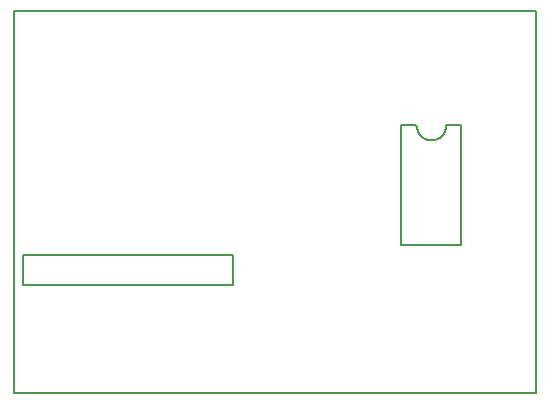
<source format=gbr>
G04 PROTEUS GERBER X2 FILE*
%TF.GenerationSoftware,Labcenter,Proteus,8.5-SP0-Build22067*%
%TF.CreationDate,2018-05-26T17:21:35+00:00*%
%TF.FileFunction,Legend,Top*%
%TF.FilePolarity,Positive*%
%TF.Part,Single*%
%FSLAX45Y45*%
%MOMM*%
G01*
%TA.AperFunction,Material*%
%ADD17C,0.203200*%
%TA.AperFunction,Profile*%
%ADD13C,0.203200*%
D17*
X+1559000Y+533000D02*
X+1686000Y+533000D01*
X+1686000Y-483000D01*
X+1178000Y-483000D01*
X+1178000Y+533000D01*
X+1305000Y+533000D01*
X+1432000Y+406000D02*
X+1457876Y+408436D01*
X+1481848Y+415485D01*
X+1503438Y+426762D01*
X+1522170Y+441878D01*
X+1537569Y+460446D01*
X+1549158Y+482081D01*
X+1556460Y+506394D01*
X+1559000Y+533000D01*
X+1432000Y+406000D02*
X+1405394Y+408436D01*
X+1381081Y+415485D01*
X+1359446Y+426762D01*
X+1340878Y+441878D01*
X+1325762Y+460446D01*
X+1314485Y+482081D01*
X+1307436Y+506394D01*
X+1305000Y+533000D01*
X-2030000Y-823000D02*
X-252000Y-823000D01*
X-252000Y-569000D01*
X-2030000Y-569000D01*
X-2030000Y-823000D01*
D13*
X-2100000Y-1735000D02*
X+2315000Y-1735000D01*
X+2315000Y+1502000D01*
X-2100000Y+1502000D01*
X-2100000Y-1735000D01*
M02*

</source>
